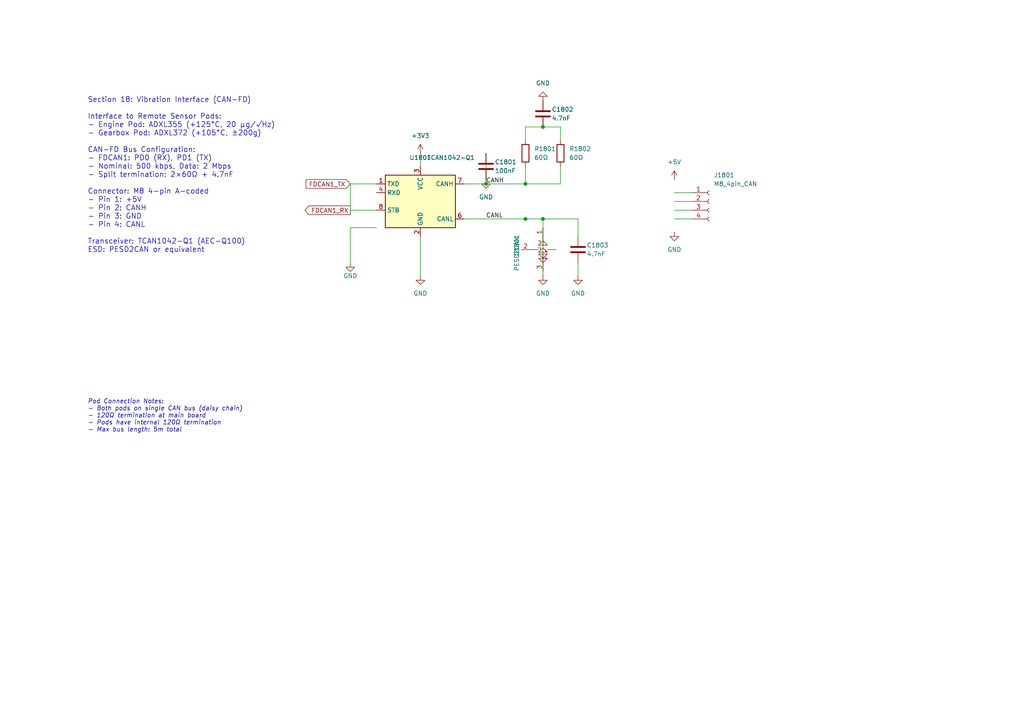
<source format=kicad_sch>
(kicad_sch (version 20250114) (generator "eeschema") (generator_version "9.0")
  (paper "A4")
  (title_block (title "Section 18: Vibration Interface") (date "2026-01-30") (rev "0.3") (company "IMSAFE Project") (comment 1 "CAN-FD Interface to Remote Sensor Pods") (comment 2 "ADXL355 (engine) + ADXL372 (gearbox) on external pods"))
  (lib_symbols
    (symbol "Interface_CAN_LIN:TCAN1042"
      (property "Reference" "U" (at -10.16 8.89 0))
      (property "Value" "TCAN1042" (at 2.54 8.89 0))
      (symbol "TCAN1042_0_1"
        (rectangle (start -10.16 7.62) (end 10.16 -7.62) (stroke (width 0.254)) (fill (type background)))
      )
      (symbol "TCAN1042_1_1"
        (pin input line (at -12.7 5.08 0) (length 2.54) (name "TXD") (number "1"))
        (pin power_in line (at 0 -10.16 90) (length 2.54) (name "GND") (number "2"))
        (pin power_in line (at 0 10.16 270) (length 2.54) (name "VCC") (number "3"))
        (pin output line (at -12.7 2.54 0) (length 2.54) (name "RXD") (number "4"))
        (pin no_connect line (at 10.16 -2.54 180) (length 2.54) hide (name "NC") (number "5"))
        (pin bidirectional line (at 12.7 -5.08 180) (length 2.54) (name "CANL") (number "6"))
        (pin bidirectional line (at 12.7 5.08 180) (length 2.54) (name "CANH") (number "7"))
        (pin input line (at -12.7 -2.54 0) (length 2.54) (name "STB") (number "8"))
      )
    )
    (symbol "Connector:Conn_01x04_Socket" (pin_names (offset 1.016) hide)
      (property "Reference" "J" (at 0 5.08 0))
      (property "Value" "Conn_01x04_Socket" (at 0 -7.62 0))
      (symbol "Conn_01x04_Socket_1_1"
        (arc (start 0 -4.572) (mid -0.508 -5.08) (end 0 -5.588) (stroke (width 0.1524)))
        (arc (start 0 -2.032) (mid -0.508 -2.54) (end 0 -3.048) (stroke (width 0.1524)))
        (polyline (pts (xy -1.27 -5.08) (xy -0.508 -5.08)) (stroke (width 0.1524)))
        (polyline (pts (xy -1.27 -2.54) (xy -0.508 -2.54)) (stroke (width 0.1524)))
        (polyline (pts (xy -1.27 0) (xy -0.508 0)) (stroke (width 0.1524)))
        (polyline (pts (xy -1.27 2.54) (xy -0.508 2.54)) (stroke (width 0.1524)))
        (arc (start 0 0.508) (mid -0.508 0) (end 0 -0.508) (stroke (width 0.1524)))
        (arc (start 0 3.048) (mid -0.508 2.54) (end 0 2.032) (stroke (width 0.1524)))
        (pin passive line (at -5.08 2.54 0) (length 3.81) (name "Pin_1") (number "1"))
        (pin passive line (at -5.08 0 0) (length 3.81) (name "Pin_2") (number "2"))
        (pin passive line (at -5.08 -2.54 0) (length 3.81) (name "Pin_3") (number "3"))
        (pin passive line (at -5.08 -5.08 0) (length 3.81) (name "Pin_4") (number "4"))
      )
    )
    (symbol "Device:C" (pin_numbers hide) (pin_names (offset 0.254))
      (property "Reference" "C" (at 0.635 2.54 0))
      (property "Value" "C" (at 0.635 -2.54 0))
      (symbol "C_0_1"
        (polyline (pts (xy -2.032 -0.762) (xy 2.032 -0.762)) (stroke (width 0.508)))
        (polyline (pts (xy -2.032 0.762) (xy 2.032 0.762)) (stroke (width 0.508)))
      )
      (symbol "C_1_1"
        (pin passive line (at 0 3.81 270) (length 2.794) (name "~") (number "1"))
        (pin passive line (at 0 -3.81 90) (length 2.794) (name "~") (number "2"))
      )
    )
    (symbol "Device:R" (pin_numbers hide) (pin_names (offset 0))
      (property "Reference" "R" (at 2.032 0 90))
      (property "Value" "R" (at 0 0 90))
      (symbol "R_0_1"
        (rectangle (start -1.016 -2.54) (end 1.016 2.54) (stroke (width 0.254)))
      )
      (symbol "R_1_1"
        (pin passive line (at 0 3.81 270) (length 1.27) (name "~") (number "1"))
        (pin passive line (at 0 -3.81 90) (length 1.27) (name "~") (number "2"))
      )
    )
    (symbol "Device:D_TVS_x2_AAC" (pin_names (offset 1.016) hide)
      (property "Reference" "D" (at 0 5.08 0))
      (property "Value" "D_TVS_x2_AAC" (at 0 -5.08 0))
      (symbol "D_TVS_x2_AAC_0_1"
        (polyline (pts (xy -3.81 0) (xy -1.27 0)))
        (polyline (pts (xy 0 -3.81) (xy 0 -1.27)))
        (polyline (pts (xy 0 1.27) (xy 0 3.81)))
        (polyline (pts (xy 1.27 0) (xy 3.81 0)))
        (polyline (pts (xy -2.54 -1.27) (xy -2.54 -0.762) (xy -2.032 -0.762)))
        (polyline (pts (xy -0.508 -1.27) (xy -0.508 -0.762) (xy 0 -0.762)))
        (polyline (pts (xy 0 0.762) (xy 0.508 0.762) (xy 0.508 1.27)))
        (polyline (pts (xy 2.032 0.762) (xy 2.54 0.762) (xy 2.54 1.27)))
        (polyline (pts (xy -1.27 -1.27) (xy -1.27 1.27) (xy -2.54 0) (xy -1.27 -1.27)))
        (polyline (pts (xy 0.762 -1.27) (xy 0.762 1.27) (xy -0.508 0) (xy 0.762 -1.27)))
        (polyline (pts (xy 1.27 1.27) (xy 1.27 -1.27) (xy 2.54 0) (xy 1.27 1.27)))
        (polyline (pts (xy 2.54 -1.27) (xy 2.54 1.27) (xy 3.81 0) (xy 2.54 -1.27)))
      )
      (symbol "D_TVS_x2_AAC_1_1"
        (pin passive line (at -6.35 0 0) (length 2.54) (name "A1") (number "1"))
        (pin passive line (at 0 -6.35 90) (length 2.54) (name "C") (number "2"))
        (pin passive line (at 6.35 0 180) (length 2.54) (name "A2") (number "3"))
      )
    )
    (symbol "power:+3V3" (power) (pin_numbers hide) (pin_names (offset 0) hide)
      (property "Value" "+3V3" (at 0 3.556 0))
      (symbol "+3V3_0_1"
        (polyline (pts (xy -0.762 1.27) (xy 0 2.54)))
        (polyline (pts (xy 0 0) (xy 0 2.54)))
        (polyline (pts (xy 0 2.54) (xy 0.762 1.27)))
      )
      (symbol "+3V3_1_1"
        (pin power_in line (at 0 0 90) (length 0) (name "~") (number "1"))
      )
    )
    (symbol "power:+5V" (power) (pin_numbers hide) (pin_names (offset 0) hide)
      (property "Value" "+5V" (at 0 3.556 0))
      (symbol "+5V_0_1"
        (polyline (pts (xy -0.762 1.27) (xy 0 2.54)))
        (polyline (pts (xy 0 0) (xy 0 2.54)))
        (polyline (pts (xy 0 2.54) (xy 0.762 1.27)))
      )
      (symbol "+5V_1_1"
        (pin power_in line (at 0 0 90) (length 0) (name "~") (number "1"))
      )
    )
    (symbol "power:GND" (power) (pin_numbers hide) (pin_names (offset 0) hide)
      (property "Value" "GND" (at 0 -3.81 0))
      (symbol "GND_0_1"
        (polyline (pts (xy 0 0) (xy 0 -1.27) (xy 1.27 -1.27) (xy 0 -2.54) (xy -1.27 -1.27) (xy 0 -1.27)))
      )
      (symbol "GND_1_1"
        (pin power_in line (at 0 0 270) (length 0) (name "~") (number "1"))
      )
    )
  )
  (text "Section 18: Vibration Interface (CAN-FD)\n\nInterface to Remote Sensor Pods:\n- Engine Pod: ADXL355 (+125°C, 20 µg/√Hz)\n- Gearbox Pod: ADXL372 (+105°C, ±200g)\n\nCAN-FD Bus Configuration:\n- FDCAN1: PD0 (RX), PD1 (TX)\n- Nominal: 500 kbps, Data: 2 Mbps\n- Split termination: 2×60Ω + 4.7nF\n\nConnector: M8 4-pin A-coded\n- Pin 1: +5V\n- Pin 2: CANH\n- Pin 3: GND\n- Pin 4: CANL\n\nTransceiver: TCAN1042-Q1 (AEC-Q100)\nESD: PESD2CAN or equivalent" (at 25.4 50.8 0) (effects (font (size 1.5 1.5)) (justify left)))
  (text "Pod Connection Notes:\n- Both pods on single CAN bus (daisy chain)\n- 120Ω termination at main board\n- Pods have internal 120Ω termination\n- Max bus length: 5m total" (at 25.4 120.65 0) (effects (font (size 1.27 1.27) (italic yes)) (justify left)))
  (wire (pts (xy 101.6 60.96) (xy 101.6 53.34)))
  (wire (pts (xy 101.6 53.34) (xy 109.22 53.34)))
  (wire (pts (xy 101.6 60.96) (xy 109.22 60.96)))
  (wire (pts (xy 109.22 66.04) (xy 101.6 66.04)))
  (wire (pts (xy 101.6 66.04) (xy 101.6 76.2)))
  (wire (pts (xy 121.92 48.26) (xy 121.92 44.45)))
  (wire (pts (xy 121.92 68.58) (xy 121.92 80.01)))
  (wire (pts (xy 134.62 53.34) (xy 140.97 53.34)))
  (wire (pts (xy 140.97 53.34) (xy 140.97 44.45)))
  (wire (pts (xy 140.97 53.34) (xy 152.4 53.34)))
  (wire (pts (xy 134.62 63.5) (xy 152.4 63.5)))
  (wire (pts (xy 152.4 53.34) (xy 152.4 48.26)))
  (wire (pts (xy 162.56 53.34) (xy 162.56 48.26)))
  (wire (pts (xy 152.4 53.34) (xy 162.56 53.34)))
  (wire (pts (xy 157.48 80.01) (xy 157.48 63.5)))
  (wire (pts (xy 152.4 63.5) (xy 157.48 63.5)))
  (wire (pts (xy 157.48 63.5) (xy 167.64 63.5)))
  (wire (pts (xy 152.4 40.64) (xy 152.4 36.83)))
  (wire (pts (xy 162.56 40.64) (xy 162.56 36.83)))
  (wire (pts (xy 152.4 36.83) (xy 157.48 36.83)))
  (wire (pts (xy 157.48 36.83) (xy 162.56 36.83)))
  (wire (pts (xy 167.64 63.5) (xy 167.64 68.58)))
  (wire (pts (xy 167.64 76.2) (xy 167.64 80.01)))
  (wire (pts (xy 195.58 55.88) (xy 200.66 55.88)))
  (wire (pts (xy 195.58 58.42) (xy 200.66 58.42)))
  (wire (pts (xy 195.58 60.96) (xy 200.66 60.96)))
  (wire (pts (xy 195.58 63.5) (xy 200.66 63.5)))
  (junction (at 140.97 53.34))
  (junction (at 152.4 53.34))
  (junction (at 152.4 63.5))
  (junction (at 157.48 36.83))
  (junction (at 157.48 63.5))
  (global_label "FDCAN1_TX" (shape input) (at 101.6 53.34 180) (property "Intersheetrefs" "${INTERSHEET_REFS}" (effects (hide yes))))
  (global_label "FDCAN1_RX" (shape output) (at 101.6 60.96 180) (property "Intersheetrefs" "${INTERSHEET_REFS}" (effects (hide yes))))
  (label "CANH" (at 140.97 53.34 0))
  (label "CANL" (at 140.97 63.5 0))
  (symbol (lib_id "Interface_CAN_LIN:TCAN1042") (at 121.92 58.42 0) (unit 1)
    (property "Reference" "U1801" (at 121.92 45.72 0))
    (property "Value" "TCAN1042-Q1" (at 130.81 45.72 0))
    (property "Footprint" "Package_SO:SOIC-8_3.9x4.9mm_P1.27mm" (effects (hide yes)))
    (property "Datasheet" "http://www.ti.com/lit/ds/symlink/tcan1042.pdf" (effects (hide yes)))
    (property "Description" "CAN-FD transceiver, 5Mbps, AEC-Q100" (effects (hide yes)))
    (property "LCSC" "C129966" (effects (hide yes)))
  )
  (symbol (lib_id "Device:C") (at 140.97 48.26 0) (unit 1)
    (property "Reference" "C1801" (at 143.51 46.99 0) (effects (justify left)))
    (property "Value" "100nF" (at 143.51 49.53 0) (effects (justify left)))
    (property "Footprint" "Capacitor_SMD:C_0603_1608Metric" (effects (hide yes)))
    (property "Description" "VCC bypass" (effects (hide yes)))
    (property "LCSC" "C14663" (effects (hide yes)))
  )
  (symbol (lib_id "Device:R") (at 152.4 44.45 0) (unit 1)
    (property "Reference" "R1801" (at 154.94 43.18 0) (effects (justify left)))
    (property "Value" "60Ω" (at 154.94 45.72 0) (effects (justify left)))
    (property "Footprint" "Resistor_SMD:R_0603_1608Metric" (effects (hide yes)))
    (property "Description" "Split termination CANH" (effects (hide yes)))
  )
  (symbol (lib_id "Device:R") (at 162.56 44.45 0) (unit 1)
    (property "Reference" "R1802" (at 165.1 43.18 0) (effects (justify left)))
    (property "Value" "60Ω" (at 165.1 45.72 0) (effects (justify left)))
    (property "Footprint" "Resistor_SMD:R_0603_1608Metric" (effects (hide yes)))
    (property "Description" "Split termination CANL" (effects (hide yes)))
  )
  (symbol (lib_id "Device:C") (at 157.48 33.02 0) (unit 1)
    (property "Reference" "C1802" (at 160.02 31.75 0) (effects (justify left)))
    (property "Value" "4.7nF" (at 160.02 34.29 0) (effects (justify left)))
    (property "Footprint" "Capacitor_SMD:C_0603_1608Metric" (effects (hide yes)))
    (property "Description" "Split term filter cap" (effects (hide yes)))
    (property "LCSC" "C1590" (effects (hide yes)))
  )
  (symbol (lib_id "Device:C") (at 167.64 72.39 0) (unit 1)
    (property "Reference" "C1803" (at 170.18 71.12 0) (effects (justify left)))
    (property "Value" "4.7nF" (at 170.18 73.66 0) (effects (justify left)))
    (property "Footprint" "Capacitor_SMD:C_0603_1608Metric" (effects (hide yes)))
    (property "Description" "ESD filter cap" (effects (hide yes)))
    (property "LCSC" "C1590" (effects (hide yes)))
  )
  (symbol (lib_id "Device:D_TVS_x2_AAC") (at 157.48 72.39 270) (unit 1)
    (property "Reference" "D1801" (at 149.86 71.12 0))
    (property "Value" "PESD2CAN" (at 149.86 73.66 0))
    (property "Footprint" "Package_TO_SOT_SMD:SOT-23" (effects (hide yes)))
    (property "Description" "CAN bus ESD protection" (effects (hide yes)))
    (property "LCSC" "C85391" (effects (hide yes)))
  )
  (symbol (lib_id "Connector:Conn_01x04_Socket") (at 205.74 58.42 0) (unit 1)
    (property "Reference" "J1801" (at 207.01 50.8 0) (effects (justify left)))
    (property "Value" "M8_4pin_CAN" (at 207.01 53.34 0) (effects (justify left)))
    (property "Description" "M8 4-pin A-coded panel mount connector for CAN bus to sensor pods" (effects (hide yes)))
  )
  (symbol (lib_id "power:+3V3") (at 121.92 44.45 0) (unit 1)
    (property "Reference" "#PWR01801" (effects (hide yes)))
    (property "Value" "+3V3" (at 121.92 39.37 0))
  )
  (symbol (lib_id "power:GND") (at 101.6 76.2 0) (unit 1)
    (property "Reference" "#PWR01802" (effects (hide yes)))
    (property "Value" "GND" (at 101.6 80.01 0))
  )
  (symbol (lib_id "power:GND") (at 121.92 80.01 0) (unit 1)
    (property "Reference" "#PWR01803" (effects (hide yes)))
    (property "Value" "GND" (at 121.92 85.09 0))
  )
  (symbol (lib_id "power:GND") (at 140.97 52.07 0) (unit 1)
    (property "Reference" "#PWR01804" (effects (hide yes)))
    (property "Value" "GND" (at 140.97 57.15 0))
  )
  (symbol (lib_id "power:GND") (at 157.48 29.21 180) (unit 1)
    (property "Reference" "#PWR01805" (effects (hide yes)))
    (property "Value" "GND" (at 157.48 24.13 0))
  )
  (symbol (lib_id "power:GND") (at 157.48 80.01 0) (unit 1)
    (property "Reference" "#PWR01806" (effects (hide yes)))
    (property "Value" "GND" (at 157.48 85.09 0))
  )
  (symbol (lib_id "power:GND") (at 167.64 80.01 0) (unit 1)
    (property "Reference" "#PWR01807" (effects (hide yes)))
    (property "Value" "GND" (at 167.64 85.09 0))
  )
  (symbol (lib_id "power:+5V") (at 195.58 52.07 0) (unit 1)
    (property "Reference" "#PWR01808" (effects (hide yes)))
    (property "Value" "+5V" (at 195.58 46.99 0))
  )
  (symbol (lib_id "power:GND") (at 195.58 67.31 0) (unit 1)
    (property "Reference" "#PWR01809" (effects (hide yes)))
    (property "Value" "GND" (at 195.58 72.39 0))
  )
)
</source>
